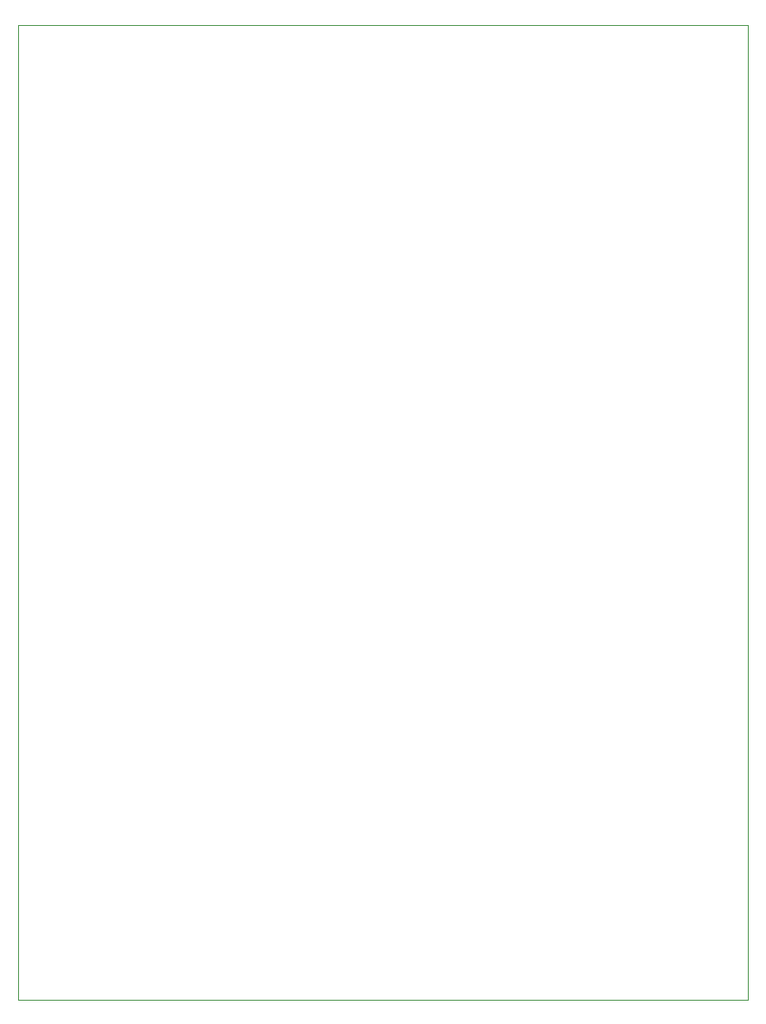
<source format=gm1>
G04 #@! TF.GenerationSoftware,KiCad,Pcbnew,9.0.4*
G04 #@! TF.CreationDate,2025-09-06T12:28:32+03:00*
G04 #@! TF.ProjectId,esp32 flight controller,65737033-3220-4666-9c69-67687420636f,rev?*
G04 #@! TF.SameCoordinates,Original*
G04 #@! TF.FileFunction,Profile,NP*
%FSLAX46Y46*%
G04 Gerber Fmt 4.6, Leading zero omitted, Abs format (unit mm)*
G04 Created by KiCad (PCBNEW 9.0.4) date 2025-09-06 12:28:32*
%MOMM*%
%LPD*%
G01*
G04 APERTURE LIST*
G04 #@! TA.AperFunction,Profile*
%ADD10C,0.038100*%
G04 #@! TD*
G04 APERTURE END LIST*
D10*
X80000000Y-30500000D02*
X80000000Y-41000000D01*
X151500000Y-30500000D02*
X80000000Y-30500000D01*
X151500000Y-41000000D02*
X151500000Y-30500000D01*
X80000000Y-41000000D02*
X80000000Y-126000000D01*
X151500000Y-126000000D02*
X151500000Y-41000000D01*
X80000000Y-126000000D02*
X151500000Y-126000000D01*
M02*

</source>
